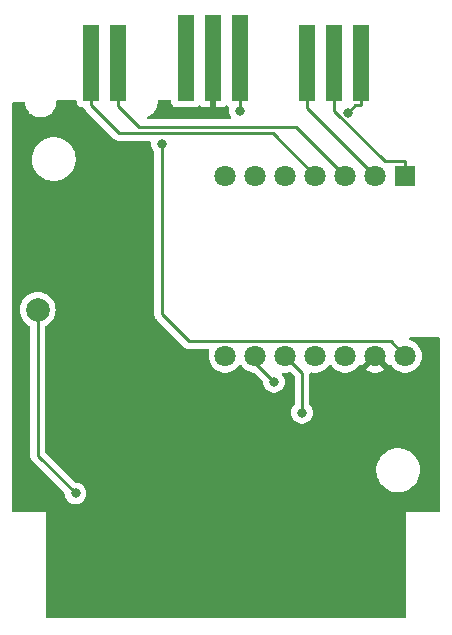
<source format=gbr>
%TF.GenerationSoftware,KiCad,Pcbnew,7.0.7*%
%TF.CreationDate,2023-08-27T21:45:09-04:00*%
%TF.ProjectId,PicoMemcard-qtpyrp2040,5069636f-4d65-46d6-9361-72642d717470,1.3.1*%
%TF.SameCoordinates,Original*%
%TF.FileFunction,Copper,L1,Top*%
%TF.FilePolarity,Positive*%
%FSLAX46Y46*%
G04 Gerber Fmt 4.6, Leading zero omitted, Abs format (unit mm)*
G04 Created by KiCad (PCBNEW 7.0.7) date 2023-08-27 21:45:09*
%MOMM*%
%LPD*%
G01*
G04 APERTURE LIST*
%TA.AperFunction,ComponentPad*%
%ADD10C,1.800000*%
%TD*%
%TA.AperFunction,ComponentPad*%
%ADD11R,1.800000X1.800000*%
%TD*%
%TA.AperFunction,SMDPad,CuDef*%
%ADD12C,2.000000*%
%TD*%
%TA.AperFunction,SMDPad,CuDef*%
%ADD13R,1.400000X6.500000*%
%TD*%
%TA.AperFunction,SMDPad,CuDef*%
%ADD14R,1.400000X7.300000*%
%TD*%
%TA.AperFunction,ViaPad*%
%ADD15C,0.800000*%
%TD*%
%TA.AperFunction,Conductor*%
%ADD16C,0.250000*%
%TD*%
G04 APERTURE END LIST*
D10*
%TO.P,U2,14,5V*%
%TO.N,+5V*%
X164129000Y-92399200D03*
%TO.P,U2,13,GND*%
%TO.N,GND*%
X161589000Y-92399200D03*
%TO.P,U2,12,3V3*%
%TO.N,+3V3*%
X159049000Y-92399200D03*
%TO.P,U2,11,A10/D10/MOSI*%
%TO.N,MOSI*%
X156509000Y-92399200D03*
%TO.P,U2,10,A9/D9/MISO*%
%TO.N,MISO*%
X153969000Y-92399200D03*
%TO.P,U2,9,A8/D8/SCK*%
%TO.N,SCK*%
X151429000Y-92399200D03*
%TO.P,U2,8,A7/D7/RX*%
%TO.N,CS*%
X148889000Y-92399200D03*
%TO.P,U2,7,A6/D6/TX*%
%TO.N,GP27*%
X148889000Y-77159200D03*
%TO.P,U2,6,D5/SCL*%
%TO.N,GP26*%
X151429000Y-77159200D03*
%TO.P,U2,5,D4/SDA*%
%TO.N,ACK*%
X153969000Y-77159200D03*
%TO.P,U2,4,A3/D3*%
%TO.N,DAT*%
X156509000Y-77159200D03*
%TO.P,U2,3,A2/D2*%
%TO.N,CMD*%
X159049000Y-77159200D03*
%TO.P,U2,2,A1/D1*%
%TO.N,SEL*%
X161589000Y-77159200D03*
D11*
%TO.P,U2,1,A0/D0/DAC*%
%TO.N,CLK*%
X164129000Y-77159200D03*
%TD*%
D12*
%TO.P,TP1,1,1*%
%TO.N,GP28*%
X133000000Y-88500000D03*
%TD*%
D13*
%TO.P,J1,1,DAT*%
%TO.N,DAT*%
X137520000Y-67600000D03*
%TO.P,J1,2,CMD*%
%TO.N,CMD*%
X139820000Y-67600000D03*
D14*
%TO.P,J1,3,7.5V*%
%TO.N,unconnected-(J1-7.5V-Pad3)*%
X145520000Y-67200000D03*
%TO.P,J1,4,GND*%
%TO.N,GND*%
X147820000Y-67200000D03*
%TO.P,J1,5,5V*%
%TO.N,+5V*%
X150120000Y-67200000D03*
D13*
%TO.P,J1,6,SEL*%
%TO.N,SEL*%
X155820000Y-67600000D03*
%TO.P,J1,7,CLK*%
%TO.N,CLK*%
X158120000Y-67600000D03*
%TO.P,J1,8,ACK*%
%TO.N,ACK*%
X160420000Y-67600000D03*
%TD*%
D15*
%TO.N,GND*%
X157864077Y-94200833D03*
X146500000Y-114000000D03*
X147830357Y-71830357D03*
%TO.N,MISO*%
X155382651Y-97211738D03*
%TO.N,SCK*%
X153013600Y-94593800D03*
%TO.N,+5V*%
X143506000Y-74422800D03*
X150124100Y-71627600D03*
%TO.N,GP28*%
X136210000Y-104040000D03*
%TO.N,ACK*%
X159292700Y-71787900D03*
%TD*%
D16*
%TO.N,GND*%
X157864077Y-94200833D02*
X157864077Y-102635923D01*
X157864077Y-102635923D02*
X146500000Y-114000000D01*
%TO.N,MISO*%
X155382651Y-97211738D02*
X155382651Y-93812851D01*
X155382651Y-93812851D02*
X153969000Y-92399200D01*
%TO.N,SCK*%
X151429000Y-93009200D02*
X151429000Y-92399200D01*
X153013600Y-94593800D02*
X151429000Y-93009200D01*
%TO.N,+5V*%
X143506000Y-88843000D02*
X143506000Y-74422800D01*
X145835300Y-91172300D02*
X143506000Y-88843000D01*
X162902100Y-91172300D02*
X145835300Y-91172300D01*
X164129000Y-92399200D02*
X162902100Y-91172300D01*
X150120000Y-71623500D02*
X150120000Y-67200000D01*
X150124100Y-71627600D02*
X150120000Y-71623500D01*
%TO.N,GP28*%
X133000000Y-100830000D02*
X133000000Y-88500000D01*
X136210000Y-104040000D02*
X133000000Y-100830000D01*
%TO.N,ACK*%
X159903700Y-71176900D02*
X159292700Y-71787900D01*
X160420000Y-71176900D02*
X159903700Y-71176900D01*
X160420000Y-67600000D02*
X160420000Y-71176900D01*
%TO.N,CLK*%
X164129000Y-77159200D02*
X164129000Y-75932300D01*
X158120000Y-67600000D02*
X158120000Y-71176900D01*
X162409200Y-75932300D02*
X164129000Y-75932300D01*
X158120000Y-71643100D02*
X162409200Y-75932300D01*
X158120000Y-71176900D02*
X158120000Y-71643100D01*
%TO.N,SEL*%
X155820000Y-71390200D02*
X155820000Y-67600000D01*
X161589000Y-77159200D02*
X155820000Y-71390200D01*
%TO.N,CMD*%
X154864400Y-72974600D02*
X159049000Y-77159200D01*
X141576900Y-72974600D02*
X154864400Y-72974600D01*
X139820000Y-71217700D02*
X141576900Y-72974600D01*
X139820000Y-67600000D02*
X139820000Y-71217700D01*
%TO.N,DAT*%
X139897700Y-73554600D02*
X137520000Y-71176900D01*
X152904400Y-73554600D02*
X139897700Y-73554600D01*
X156509000Y-77159200D02*
X152904400Y-73554600D01*
X137520000Y-67600000D02*
X137520000Y-71176900D01*
%TO.N,GND*%
X147820000Y-70960900D02*
X147820000Y-67200000D01*
%TD*%
%TA.AperFunction,Conductor*%
%TO.N,GND*%
G36*
X136253621Y-70770002D02*
G01*
X136300114Y-70823658D01*
X136311500Y-70876000D01*
X136311500Y-70898649D01*
X136318009Y-70959196D01*
X136318011Y-70959204D01*
X136369110Y-71096202D01*
X136369112Y-71096207D01*
X136456738Y-71213261D01*
X136573792Y-71300887D01*
X136573794Y-71300888D01*
X136573796Y-71300889D01*
X136629343Y-71321607D01*
X136710795Y-71351988D01*
X136710803Y-71351990D01*
X136771350Y-71358499D01*
X136771355Y-71358499D01*
X136771362Y-71358500D01*
X136820062Y-71358500D01*
X136888183Y-71378502D01*
X136928213Y-71424699D01*
X136929949Y-71423673D01*
X136944294Y-71447931D01*
X136952988Y-71465679D01*
X136960444Y-71484509D01*
X136960450Y-71484520D01*
X136988177Y-71522683D01*
X136991437Y-71527646D01*
X137015460Y-71568265D01*
X137029779Y-71582584D01*
X137042617Y-71597614D01*
X137043246Y-71598479D01*
X137054528Y-71614007D01*
X137065863Y-71623384D01*
X137090886Y-71644085D01*
X137095267Y-71648071D01*
X138286329Y-72839133D01*
X139390453Y-73943257D01*
X139400420Y-73955697D01*
X139400647Y-73955510D01*
X139405699Y-73961617D01*
X139405700Y-73961618D01*
X139456795Y-74009599D01*
X139477931Y-74030735D01*
X139483470Y-74035031D01*
X139487982Y-74038885D01*
X139522378Y-74071185D01*
X139522382Y-74071188D01*
X139540130Y-74080945D01*
X139556657Y-74091801D01*
X139572660Y-74104214D01*
X139615959Y-74122951D01*
X139621285Y-74125560D01*
X139662635Y-74148293D01*
X139662638Y-74148294D01*
X139662640Y-74148295D01*
X139682262Y-74153333D01*
X139700963Y-74159735D01*
X139713514Y-74165167D01*
X139719552Y-74167780D01*
X139719553Y-74167780D01*
X139719555Y-74167781D01*
X139766177Y-74175164D01*
X139771962Y-74176363D01*
X139817670Y-74188100D01*
X139837924Y-74188100D01*
X139857634Y-74189651D01*
X139859841Y-74190000D01*
X139877643Y-74192820D01*
X139911570Y-74189612D01*
X139924617Y-74188380D01*
X139930550Y-74188100D01*
X142477226Y-74188100D01*
X142545347Y-74208102D01*
X142591840Y-74261758D01*
X142602536Y-74327270D01*
X142592496Y-74422799D01*
X142612457Y-74612727D01*
X142642526Y-74705270D01*
X142671473Y-74794356D01*
X142766960Y-74959744D01*
X142840137Y-75041015D01*
X142870853Y-75105020D01*
X142872500Y-75125324D01*
X142872500Y-88759146D01*
X142870751Y-88774988D01*
X142871044Y-88775016D01*
X142870298Y-88782907D01*
X142872500Y-88852957D01*
X142872500Y-88882851D01*
X142872501Y-88882872D01*
X142873378Y-88889820D01*
X142873844Y-88895732D01*
X142875326Y-88942888D01*
X142875327Y-88942893D01*
X142880977Y-88962339D01*
X142884986Y-88981697D01*
X142887525Y-89001793D01*
X142887526Y-89001799D01*
X142904893Y-89045662D01*
X142906816Y-89051279D01*
X142919982Y-89096593D01*
X142930294Y-89114031D01*
X142938988Y-89131779D01*
X142946444Y-89150609D01*
X142946450Y-89150620D01*
X142974177Y-89188783D01*
X142977437Y-89193746D01*
X143001460Y-89234365D01*
X143015779Y-89248684D01*
X143028617Y-89263714D01*
X143038156Y-89276843D01*
X143040528Y-89280107D01*
X143068794Y-89303491D01*
X143076886Y-89310185D01*
X143081267Y-89314171D01*
X144217691Y-90450595D01*
X145328053Y-91560957D01*
X145338020Y-91573397D01*
X145338247Y-91573210D01*
X145343299Y-91579317D01*
X145343300Y-91579318D01*
X145394395Y-91627299D01*
X145415531Y-91648435D01*
X145421070Y-91652731D01*
X145425582Y-91656585D01*
X145459978Y-91688885D01*
X145459982Y-91688888D01*
X145477730Y-91698645D01*
X145494257Y-91709501D01*
X145510260Y-91721914D01*
X145553559Y-91740651D01*
X145558885Y-91743260D01*
X145600235Y-91765993D01*
X145600238Y-91765994D01*
X145600240Y-91765995D01*
X145619862Y-91771033D01*
X145638563Y-91777435D01*
X145651114Y-91782867D01*
X145657152Y-91785480D01*
X145657153Y-91785480D01*
X145657155Y-91785481D01*
X145703777Y-91792864D01*
X145709562Y-91794063D01*
X145755270Y-91805800D01*
X145775524Y-91805800D01*
X145795234Y-91807351D01*
X145797441Y-91807700D01*
X145815243Y-91810520D01*
X145849170Y-91807312D01*
X145862217Y-91806080D01*
X145868150Y-91805800D01*
X147424425Y-91805800D01*
X147492546Y-91825802D01*
X147539039Y-91879458D01*
X147549143Y-91949732D01*
X147546570Y-91962726D01*
X147527140Y-92039452D01*
X147494950Y-92166568D01*
X147494949Y-92166571D01*
X147494949Y-92166574D01*
X147488652Y-92242569D01*
X147475673Y-92399199D01*
X147494950Y-92631833D01*
X147552249Y-92858103D01*
X147552252Y-92858110D01*
X147646015Y-93071868D01*
X147773685Y-93267283D01*
X147931774Y-93439013D01*
X147931778Y-93439017D01*
X147997650Y-93490287D01*
X148115983Y-93582390D01*
X148321273Y-93693487D01*
X148542049Y-93769280D01*
X148772288Y-93807700D01*
X148772292Y-93807700D01*
X149005708Y-93807700D01*
X149005712Y-93807700D01*
X149235951Y-93769280D01*
X149456727Y-93693487D01*
X149662017Y-93582390D01*
X149846220Y-93439018D01*
X150004314Y-93267283D01*
X150053517Y-93191971D01*
X150107520Y-93145883D01*
X150177868Y-93136308D01*
X150242225Y-93166285D01*
X150264483Y-93191972D01*
X150313685Y-93267283D01*
X150471774Y-93439013D01*
X150471778Y-93439017D01*
X150537650Y-93490287D01*
X150655983Y-93582390D01*
X150861273Y-93693487D01*
X151082049Y-93769280D01*
X151295650Y-93804923D01*
X151359547Y-93835864D01*
X151364005Y-93840109D01*
X152066478Y-94542583D01*
X152100503Y-94604895D01*
X152102692Y-94618507D01*
X152120057Y-94783727D01*
X152150126Y-94876270D01*
X152179073Y-94965356D01*
X152179076Y-94965361D01*
X152274558Y-95130741D01*
X152274565Y-95130751D01*
X152402344Y-95272664D01*
X152402347Y-95272666D01*
X152556848Y-95384918D01*
X152731312Y-95462594D01*
X152918113Y-95502300D01*
X153109087Y-95502300D01*
X153295888Y-95462594D01*
X153470352Y-95384918D01*
X153624853Y-95272666D01*
X153752640Y-95130744D01*
X153848127Y-94965356D01*
X153907142Y-94783728D01*
X153927104Y-94593800D01*
X153907142Y-94403872D01*
X153848127Y-94222244D01*
X153752640Y-94056856D01*
X153712261Y-94012011D01*
X153681545Y-93948004D01*
X153690309Y-93877550D01*
X153735771Y-93823019D01*
X153803499Y-93801724D01*
X153826631Y-93803418D01*
X153852288Y-93807700D01*
X153852291Y-93807700D01*
X154085708Y-93807700D01*
X154085712Y-93807700D01*
X154315951Y-93769280D01*
X154328165Y-93765086D01*
X154336269Y-93762305D01*
X154407194Y-93759103D01*
X154466278Y-93792382D01*
X154712246Y-94038350D01*
X154746272Y-94100662D01*
X154749151Y-94127445D01*
X154749151Y-96509212D01*
X154729149Y-96577333D01*
X154716788Y-96593522D01*
X154643608Y-96674797D01*
X154548127Y-96840176D01*
X154548124Y-96840183D01*
X154489108Y-97021810D01*
X154469147Y-97211738D01*
X154489108Y-97401665D01*
X154519177Y-97494208D01*
X154548124Y-97583294D01*
X154548127Y-97583299D01*
X154643609Y-97748679D01*
X154643616Y-97748689D01*
X154771395Y-97890602D01*
X154771398Y-97890604D01*
X154925899Y-98002856D01*
X155100363Y-98080532D01*
X155287164Y-98120238D01*
X155478138Y-98120238D01*
X155664939Y-98080532D01*
X155839403Y-98002856D01*
X155993904Y-97890604D01*
X156121691Y-97748682D01*
X156217178Y-97583294D01*
X156276193Y-97401666D01*
X156296155Y-97211738D01*
X156276193Y-97021810D01*
X156217178Y-96840182D01*
X156121691Y-96674794D01*
X156048514Y-96593522D01*
X156017797Y-96529514D01*
X156016151Y-96509212D01*
X156016151Y-93896700D01*
X156019184Y-93869223D01*
X156019830Y-93866332D01*
X156054206Y-93804212D01*
X156116709Y-93770539D01*
X156163535Y-93769528D01*
X156184312Y-93772995D01*
X156392286Y-93807700D01*
X156392288Y-93807700D01*
X156625708Y-93807700D01*
X156625712Y-93807700D01*
X156855951Y-93769280D01*
X157076727Y-93693487D01*
X157282017Y-93582390D01*
X157466220Y-93439018D01*
X157624314Y-93267283D01*
X157673517Y-93191971D01*
X157727520Y-93145883D01*
X157797868Y-93136308D01*
X157862225Y-93166285D01*
X157884483Y-93191972D01*
X157933685Y-93267283D01*
X158091774Y-93439013D01*
X158091778Y-93439017D01*
X158157650Y-93490287D01*
X158275983Y-93582390D01*
X158481273Y-93693487D01*
X158702049Y-93769280D01*
X158932288Y-93807700D01*
X158932292Y-93807700D01*
X159165708Y-93807700D01*
X159165712Y-93807700D01*
X159395951Y-93769280D01*
X159616727Y-93693487D01*
X159822017Y-93582390D01*
X160006220Y-93439018D01*
X160164314Y-93267283D01*
X160213815Y-93191514D01*
X160267816Y-93145428D01*
X160338164Y-93135852D01*
X160402522Y-93165828D01*
X160424780Y-93191515D01*
X160429795Y-93199191D01*
X160903519Y-92725467D01*
X160965832Y-92691442D01*
X161036647Y-92696506D01*
X161092577Y-92737858D01*
X161161072Y-92827122D01*
X161161073Y-92827123D01*
X161161075Y-92827125D01*
X161201447Y-92858103D01*
X161250340Y-92895620D01*
X161292207Y-92952958D01*
X161296429Y-93023829D01*
X161262731Y-93084678D01*
X160787680Y-93559728D01*
X160787681Y-93559729D01*
X160816249Y-93581965D01*
X160816258Y-93581971D01*
X161021474Y-93693027D01*
X161021477Y-93693029D01*
X161242167Y-93768792D01*
X161242176Y-93768794D01*
X161472334Y-93807200D01*
X161705666Y-93807200D01*
X161935823Y-93768794D01*
X161935832Y-93768792D01*
X162156522Y-93693029D01*
X162156525Y-93693027D01*
X162361738Y-93581972D01*
X162390317Y-93559728D01*
X161915267Y-93084679D01*
X161881242Y-93022366D01*
X161886306Y-92951551D01*
X161927657Y-92895622D01*
X162016925Y-92827125D01*
X162085423Y-92737856D01*
X162142757Y-92695991D01*
X162213628Y-92691769D01*
X162274478Y-92725467D01*
X162748202Y-93199191D01*
X162753218Y-93191515D01*
X162807221Y-93145427D01*
X162877569Y-93135851D01*
X162941926Y-93165828D01*
X162964184Y-93191515D01*
X163013685Y-93267283D01*
X163171774Y-93439013D01*
X163171778Y-93439017D01*
X163237650Y-93490287D01*
X163355983Y-93582390D01*
X163561273Y-93693487D01*
X163782049Y-93769280D01*
X164012288Y-93807700D01*
X164012292Y-93807700D01*
X164245708Y-93807700D01*
X164245712Y-93807700D01*
X164475951Y-93769280D01*
X164696727Y-93693487D01*
X164902017Y-93582390D01*
X165086220Y-93439018D01*
X165244314Y-93267283D01*
X165371984Y-93071869D01*
X165465749Y-92858107D01*
X165523051Y-92631826D01*
X165542327Y-92399200D01*
X165523051Y-92166574D01*
X165473595Y-91971275D01*
X165465750Y-91940296D01*
X165465747Y-91940289D01*
X165406877Y-91806080D01*
X165371984Y-91726531D01*
X165323765Y-91652726D01*
X165244314Y-91531116D01*
X165086225Y-91359386D01*
X165086221Y-91359382D01*
X164994118Y-91287696D01*
X164902017Y-91216010D01*
X164696727Y-91104913D01*
X164696724Y-91104912D01*
X164696723Y-91104911D01*
X164553297Y-91055673D01*
X164495362Y-91014636D01*
X164468810Y-90948791D01*
X164482072Y-90879044D01*
X164530936Y-90827539D01*
X164594209Y-90810500D01*
X166923500Y-90810500D01*
X166991621Y-90830502D01*
X167038114Y-90884158D01*
X167049500Y-90936500D01*
X167049500Y-105473500D01*
X167029498Y-105541621D01*
X166975842Y-105588114D01*
X166923500Y-105599500D01*
X164225158Y-105599500D01*
X164224952Y-105599459D01*
X164200001Y-105599459D01*
X164200000Y-105599459D01*
X164199901Y-105599500D01*
X164199617Y-105599617D01*
X164199459Y-105600000D01*
X164199476Y-105625014D01*
X164199471Y-105625014D01*
X164199500Y-105625157D01*
X164199500Y-114493500D01*
X164179498Y-114561621D01*
X164125842Y-114608114D01*
X164073500Y-114619500D01*
X133826500Y-114619500D01*
X133758379Y-114599498D01*
X133711886Y-114545842D01*
X133700500Y-114493500D01*
X133700499Y-105608343D01*
X133700539Y-105600002D01*
X133700541Y-105600000D01*
X133700383Y-105599617D01*
X133700099Y-105599500D01*
X133700000Y-105599459D01*
X133699999Y-105599459D01*
X133675048Y-105599459D01*
X133674842Y-105599500D01*
X130976500Y-105599500D01*
X130908379Y-105579498D01*
X130861886Y-105525842D01*
X130850500Y-105473500D01*
X130850500Y-88500000D01*
X131486835Y-88500000D01*
X131505465Y-88736711D01*
X131514661Y-88775016D01*
X131560894Y-88967592D01*
X131593232Y-89045662D01*
X131651760Y-89186963D01*
X131729720Y-89314182D01*
X131775825Y-89389417D01*
X131775826Y-89389419D01*
X131930030Y-89569969D01*
X132110580Y-89724173D01*
X132110584Y-89724176D01*
X132306336Y-89844134D01*
X132353965Y-89896779D01*
X132366499Y-89951564D01*
X132366499Y-100746146D01*
X132364751Y-100761988D01*
X132365044Y-100762016D01*
X132364298Y-100769907D01*
X132366500Y-100839957D01*
X132366500Y-100869851D01*
X132366501Y-100869872D01*
X132367378Y-100876820D01*
X132367844Y-100882732D01*
X132369326Y-100929888D01*
X132369327Y-100929893D01*
X132374977Y-100949339D01*
X132378986Y-100968697D01*
X132381525Y-100988793D01*
X132381526Y-100988799D01*
X132398893Y-101032662D01*
X132400816Y-101038279D01*
X132413982Y-101083593D01*
X132424294Y-101101031D01*
X132432988Y-101118779D01*
X132440444Y-101137609D01*
X132440450Y-101137620D01*
X132468177Y-101175783D01*
X132471437Y-101180746D01*
X132495460Y-101221365D01*
X132509779Y-101235684D01*
X132522617Y-101250714D01*
X132532156Y-101263843D01*
X132534528Y-101267107D01*
X132562794Y-101290491D01*
X132570886Y-101297185D01*
X132575267Y-101301171D01*
X133943184Y-102669088D01*
X135262877Y-103988781D01*
X135296903Y-104051093D01*
X135299092Y-104064705D01*
X135316457Y-104229927D01*
X135346526Y-104322470D01*
X135375473Y-104411556D01*
X135375476Y-104411561D01*
X135470958Y-104576941D01*
X135470965Y-104576951D01*
X135598744Y-104718864D01*
X135598747Y-104718866D01*
X135753248Y-104831118D01*
X135927712Y-104908794D01*
X136114513Y-104948500D01*
X136305487Y-104948500D01*
X136492288Y-104908794D01*
X136666752Y-104831118D01*
X136821253Y-104718866D01*
X136949040Y-104576944D01*
X137044527Y-104411556D01*
X137103542Y-104229928D01*
X137123504Y-104040000D01*
X137103542Y-103850072D01*
X137044527Y-103668444D01*
X136949040Y-103503056D01*
X136949038Y-103503054D01*
X136949034Y-103503048D01*
X136821255Y-103361135D01*
X136666752Y-103248882D01*
X136492288Y-103171206D01*
X136305487Y-103131500D01*
X136249594Y-103131500D01*
X136181473Y-103111498D01*
X136160499Y-103094595D01*
X135203669Y-102137765D01*
X161675788Y-102137765D01*
X161705412Y-102407014D01*
X161773928Y-102669090D01*
X161879869Y-102918389D01*
X161879870Y-102918390D01*
X162020982Y-103149610D01*
X162194255Y-103357820D01*
X162194257Y-103357822D01*
X162194259Y-103357824D01*
X162299236Y-103451883D01*
X162395998Y-103538582D01*
X162621910Y-103688044D01*
X162867176Y-103803020D01*
X163126569Y-103881060D01*
X163126572Y-103881060D01*
X163126574Y-103881061D01*
X163394557Y-103920500D01*
X163394561Y-103920500D01*
X163597633Y-103920500D01*
X163632363Y-103917957D01*
X163800156Y-103905677D01*
X163800160Y-103905676D01*
X163800161Y-103905676D01*
X163910665Y-103881060D01*
X164064553Y-103846780D01*
X164317558Y-103750014D01*
X164553777Y-103617441D01*
X164768177Y-103451888D01*
X164956186Y-103256881D01*
X165113799Y-103036579D01*
X165237656Y-102795675D01*
X165325118Y-102539305D01*
X165374319Y-102272933D01*
X165384212Y-102002235D01*
X165369338Y-101867058D01*
X165354587Y-101732985D01*
X165286071Y-101470909D01*
X165180130Y-101221610D01*
X165155191Y-101180746D01*
X165039018Y-100990390D01*
X164865745Y-100782180D01*
X164865741Y-100782177D01*
X164865740Y-100782175D01*
X164664012Y-100601427D01*
X164664002Y-100601418D01*
X164438090Y-100451956D01*
X164192824Y-100336980D01*
X164035392Y-100289615D01*
X163933425Y-100258938D01*
X163665442Y-100219500D01*
X163665439Y-100219500D01*
X163462369Y-100219500D01*
X163462367Y-100219500D01*
X163259839Y-100234323D01*
X163259838Y-100234323D01*
X162995456Y-100293217D01*
X162995441Y-100293222D01*
X162742441Y-100389986D01*
X162506229Y-100522555D01*
X162506225Y-100522557D01*
X162291818Y-100688116D01*
X162103815Y-100883117D01*
X162103810Y-100883123D01*
X161946203Y-101103417D01*
X161946196Y-101103427D01*
X161822343Y-101344324D01*
X161822342Y-101344327D01*
X161734883Y-101600689D01*
X161734880Y-101600702D01*
X161685681Y-101867058D01*
X161685680Y-101867069D01*
X161675788Y-102137765D01*
X135203669Y-102137765D01*
X133670405Y-100604500D01*
X133636379Y-100542188D01*
X133633500Y-100515405D01*
X133633500Y-95272664D01*
X133633500Y-89951561D01*
X133653501Y-89883444D01*
X133693659Y-89844136D01*
X133889416Y-89724176D01*
X134069969Y-89569969D01*
X134224176Y-89389416D01*
X134348240Y-89186963D01*
X134439105Y-88967594D01*
X134494535Y-88736711D01*
X134513165Y-88500000D01*
X134494535Y-88263289D01*
X134439105Y-88032406D01*
X134348240Y-87813037D01*
X134224176Y-87610584D01*
X134224173Y-87610580D01*
X134069969Y-87430030D01*
X133889419Y-87275826D01*
X133889417Y-87275825D01*
X133889416Y-87275824D01*
X133686963Y-87151760D01*
X133467594Y-87060895D01*
X133467592Y-87060894D01*
X133309651Y-87022976D01*
X133236711Y-87005465D01*
X133000000Y-86986835D01*
X132763289Y-87005465D01*
X132532407Y-87060894D01*
X132313038Y-87151759D01*
X132110582Y-87275825D01*
X132110580Y-87275826D01*
X131930030Y-87430030D01*
X131775826Y-87610580D01*
X131775825Y-87610582D01*
X131651759Y-87813038D01*
X131560894Y-88032407D01*
X131505465Y-88263288D01*
X131505465Y-88263289D01*
X131486835Y-88500000D01*
X130850500Y-88500000D01*
X130850500Y-75797765D01*
X132515788Y-75797765D01*
X132545412Y-76067014D01*
X132613928Y-76329090D01*
X132719869Y-76578389D01*
X132719870Y-76578390D01*
X132860982Y-76809610D01*
X133034255Y-77017820D01*
X133235998Y-77198582D01*
X133461910Y-77348044D01*
X133707176Y-77463020D01*
X133966569Y-77541060D01*
X133966572Y-77541060D01*
X133966574Y-77541061D01*
X134234557Y-77580500D01*
X134234561Y-77580500D01*
X134437633Y-77580500D01*
X134472363Y-77577957D01*
X134640156Y-77565677D01*
X134640160Y-77565676D01*
X134640161Y-77565676D01*
X134750665Y-77541060D01*
X134904553Y-77506780D01*
X135157558Y-77410014D01*
X135393777Y-77277441D01*
X135608177Y-77111888D01*
X135796186Y-76916881D01*
X135953799Y-76696579D01*
X136077656Y-76455675D01*
X136165118Y-76199305D01*
X136199531Y-76012996D01*
X136214318Y-75932941D01*
X136214319Y-75932930D01*
X136216805Y-75864911D01*
X136224212Y-75662235D01*
X136205833Y-75495195D01*
X136194587Y-75392985D01*
X136126071Y-75130909D01*
X136020130Y-74881610D01*
X136020129Y-74881609D01*
X135879018Y-74650390D01*
X135705745Y-74442180D01*
X135705741Y-74442177D01*
X135705740Y-74442175D01*
X135504012Y-74261427D01*
X135504002Y-74261418D01*
X135278090Y-74111956D01*
X135032824Y-73996980D01*
X134854257Y-73943257D01*
X134773425Y-73918938D01*
X134505442Y-73879500D01*
X134505439Y-73879500D01*
X134302369Y-73879500D01*
X134302367Y-73879500D01*
X134099839Y-73894323D01*
X134099838Y-73894323D01*
X133835456Y-73953217D01*
X133835441Y-73953222D01*
X133582441Y-74049986D01*
X133346229Y-74182555D01*
X133346225Y-74182557D01*
X133131818Y-74348116D01*
X132943815Y-74543117D01*
X132943810Y-74543123D01*
X132786203Y-74763417D01*
X132786196Y-74763427D01*
X132662343Y-75004324D01*
X132662342Y-75004327D01*
X132574883Y-75260689D01*
X132574880Y-75260702D01*
X132525681Y-75527058D01*
X132525680Y-75527069D01*
X132515788Y-75797765D01*
X130850500Y-75797765D01*
X130850500Y-71026500D01*
X130870502Y-70958379D01*
X130924158Y-70911886D01*
X130976500Y-70900500D01*
X131824964Y-70900500D01*
X131893085Y-70920502D01*
X131939578Y-70974158D01*
X131949245Y-71005758D01*
X131968468Y-71120940D01*
X131968411Y-71121409D01*
X131968992Y-71124087D01*
X131982915Y-71207503D01*
X131985069Y-71220411D01*
X132012548Y-71300445D01*
X132023762Y-71333107D01*
X132023843Y-71334908D01*
X132024469Y-71336250D01*
X132026957Y-71342414D01*
X132055071Y-71424297D01*
X132109749Y-71525320D01*
X132114485Y-71534070D01*
X132115155Y-71537206D01*
X132117594Y-71540689D01*
X132121398Y-71546845D01*
X132157677Y-71613874D01*
X132157676Y-71613874D01*
X132238062Y-71717137D01*
X132239694Y-71721274D01*
X132244087Y-71725666D01*
X132249259Y-71731521D01*
X132267988Y-71755580D01*
X132269862Y-71758117D01*
X132290588Y-71787713D01*
X132304859Y-71797568D01*
X132390968Y-71876822D01*
X132393837Y-71881596D01*
X132400070Y-71885959D01*
X132406613Y-71891222D01*
X132445141Y-71926683D01*
X132455979Y-71937519D01*
X132471016Y-71944538D01*
X132568802Y-72008410D01*
X132573086Y-72013429D01*
X132576816Y-72015168D01*
X132592486Y-72023880D01*
X132629177Y-72047846D01*
X132635418Y-72051222D01*
X132641580Y-72055028D01*
X132644383Y-72056990D01*
X132659589Y-72061182D01*
X132766433Y-72108032D01*
X132772207Y-72112885D01*
X132776561Y-72114051D01*
X132794568Y-72120370D01*
X132826602Y-72134417D01*
X132826604Y-72134417D01*
X132826610Y-72134420D01*
X132828264Y-72134838D01*
X132850208Y-72142650D01*
X132865131Y-72144169D01*
X132978141Y-72172769D01*
X132985398Y-72177055D01*
X132990060Y-72177463D01*
X133010009Y-72180835D01*
X133035590Y-72187309D01*
X133039333Y-72187618D01*
X133045318Y-72188114D01*
X133067528Y-72191974D01*
X133067790Y-72192044D01*
X133081693Y-72191122D01*
X133165995Y-72198093D01*
X133197824Y-72200725D01*
X133206456Y-72204054D01*
X133211111Y-72203646D01*
X133232503Y-72203593D01*
X133250421Y-72205075D01*
X133250421Y-72205074D01*
X133250424Y-72205075D01*
X133268342Y-72203587D01*
X133289733Y-72203632D01*
X133290471Y-72203696D01*
X133303014Y-72200707D01*
X133419143Y-72191064D01*
X133428949Y-72193079D01*
X133433308Y-72191911D01*
X133455515Y-72188043D01*
X133465253Y-72187235D01*
X133490651Y-72180798D01*
X133490821Y-72180755D01*
X133510773Y-72177374D01*
X133511857Y-72177278D01*
X133522696Y-72172675D01*
X133635689Y-72144038D01*
X133646400Y-72144438D01*
X133650236Y-72142649D01*
X133672571Y-72134690D01*
X133674214Y-72134274D01*
X133706250Y-72120213D01*
X133724244Y-72113894D01*
X133725484Y-72113561D01*
X133734388Y-72107864D01*
X133752959Y-72099713D01*
X133841206Y-72060981D01*
X133852490Y-72059529D01*
X133859203Y-72054827D01*
X133865360Y-72051021D01*
X133871594Y-72047644D01*
X133871607Y-72047639D01*
X133908318Y-72023642D01*
X133923972Y-72014932D01*
X133925121Y-72014395D01*
X133931970Y-72008181D01*
X134029743Y-71944270D01*
X134041224Y-71940801D01*
X134055617Y-71926402D01*
X134059062Y-71923229D01*
X134094144Y-71890917D01*
X134100679Y-71885657D01*
X134104930Y-71882679D01*
X134109763Y-71876531D01*
X134195839Y-71797252D01*
X134207098Y-71791691D01*
X134230799Y-71757824D01*
X134232690Y-71755263D01*
X134241555Y-71743867D01*
X134251432Y-71731168D01*
X134256602Y-71725312D01*
X134259628Y-71722284D01*
X134262625Y-71716781D01*
X134342962Y-71613506D01*
X134342964Y-71613503D01*
X134342965Y-71613502D01*
X134379230Y-71546443D01*
X134383027Y-71540294D01*
X134384674Y-71537940D01*
X134386148Y-71533651D01*
X134388719Y-71528897D01*
X134445509Y-71423886D01*
X134473600Y-71341975D01*
X134476085Y-71335811D01*
X134476377Y-71335182D01*
X134476791Y-71332671D01*
X134515441Y-71219976D01*
X134531489Y-71123613D01*
X134532014Y-71121186D01*
X134532012Y-71120474D01*
X134550854Y-71007337D01*
X134550818Y-70899553D01*
X134550818Y-70899053D01*
X134550818Y-70875999D01*
X134570820Y-70807879D01*
X134624476Y-70761386D01*
X134676818Y-70750000D01*
X136185500Y-70750000D01*
X136253621Y-70770002D01*
G37*
%TD.AperFunction*%
%TA.AperFunction,Conductor*%
G36*
X144253621Y-70770002D02*
G01*
X144300114Y-70823658D01*
X144311500Y-70876000D01*
X144311500Y-70898649D01*
X144318009Y-70959196D01*
X144318011Y-70959204D01*
X144369110Y-71096202D01*
X144369112Y-71096207D01*
X144456738Y-71213261D01*
X144573792Y-71300887D01*
X144573794Y-71300888D01*
X144573796Y-71300889D01*
X144629343Y-71321607D01*
X144710795Y-71351988D01*
X144710803Y-71351990D01*
X144771350Y-71358499D01*
X144771355Y-71358499D01*
X144771362Y-71358500D01*
X144771368Y-71358500D01*
X146268632Y-71358500D01*
X146268638Y-71358500D01*
X146268645Y-71358499D01*
X146268649Y-71358499D01*
X146329196Y-71351990D01*
X146329199Y-71351989D01*
X146329201Y-71351989D01*
X146330258Y-71351595D01*
X146372575Y-71335811D01*
X146466204Y-71300889D01*
X146466797Y-71300445D01*
X146590475Y-71207861D01*
X146591733Y-71209542D01*
X146643574Y-71181235D01*
X146714389Y-71186300D01*
X146749069Y-71208588D01*
X146749882Y-71207504D01*
X146874034Y-71300444D01*
X147010906Y-71351494D01*
X147071402Y-71357999D01*
X147071415Y-71358000D01*
X147566000Y-71358000D01*
X147566000Y-70750000D01*
X148074000Y-70750000D01*
X148074000Y-71358000D01*
X148568585Y-71358000D01*
X148568597Y-71357999D01*
X148629093Y-71351494D01*
X148765963Y-71300445D01*
X148890117Y-71207503D01*
X148891463Y-71209301D01*
X148942843Y-71181238D01*
X149013660Y-71186294D01*
X149048777Y-71208859D01*
X149049525Y-71207861D01*
X149181010Y-71306290D01*
X149179171Y-71308746D01*
X149218532Y-71348107D01*
X149233623Y-71417482D01*
X149231193Y-71434677D01*
X149230558Y-71437662D01*
X149210596Y-71627600D01*
X149230557Y-71817527D01*
X149254513Y-71891253D01*
X149289573Y-71999156D01*
X149377876Y-72152101D01*
X149394614Y-72221095D01*
X149371394Y-72288187D01*
X149315587Y-72332074D01*
X149268757Y-72341100D01*
X142404808Y-72341100D01*
X142336687Y-72321098D01*
X142290194Y-72267442D01*
X142280090Y-72197168D01*
X142309584Y-72132588D01*
X142354193Y-72099713D01*
X142374811Y-72090669D01*
X142440331Y-72061928D01*
X142451748Y-72060462D01*
X142458376Y-72055821D01*
X142464537Y-72052014D01*
X142471391Y-72048304D01*
X142471409Y-72048297D01*
X142508598Y-72023999D01*
X142524259Y-72015291D01*
X142525802Y-72014571D01*
X142532940Y-72008096D01*
X142628965Y-71945360D01*
X142640559Y-71941861D01*
X142653916Y-71928503D01*
X142694397Y-71891237D01*
X142700927Y-71885986D01*
X142705641Y-71882685D01*
X142710765Y-71876171D01*
X142795170Y-71798471D01*
X142806531Y-71792863D01*
X142829615Y-71759896D01*
X142831495Y-71757349D01*
X142851652Y-71731450D01*
X142856820Y-71725600D01*
X142860375Y-71722044D01*
X142863644Y-71716043D01*
X142942784Y-71614366D01*
X142979414Y-71546678D01*
X142983212Y-71540533D01*
X142985477Y-71537298D01*
X142987195Y-71532301D01*
X143045363Y-71424817D01*
X143073728Y-71342191D01*
X143076214Y-71336032D01*
X143077237Y-71333838D01*
X143077831Y-71330238D01*
X143115344Y-71220970D01*
X143131562Y-71123778D01*
X143132848Y-71117852D01*
X143132934Y-71117527D01*
X143132927Y-71115599D01*
X143150818Y-71008384D01*
X143150818Y-70900622D01*
X143150818Y-70900122D01*
X143150818Y-70897645D01*
X143150953Y-70894554D01*
X143150817Y-70893767D01*
X143150816Y-70876007D01*
X143170814Y-70807885D01*
X143224467Y-70761389D01*
X143276816Y-70750000D01*
X144185500Y-70750000D01*
X144253621Y-70770002D01*
G37*
%TD.AperFunction*%
%TD*%
M02*

</source>
